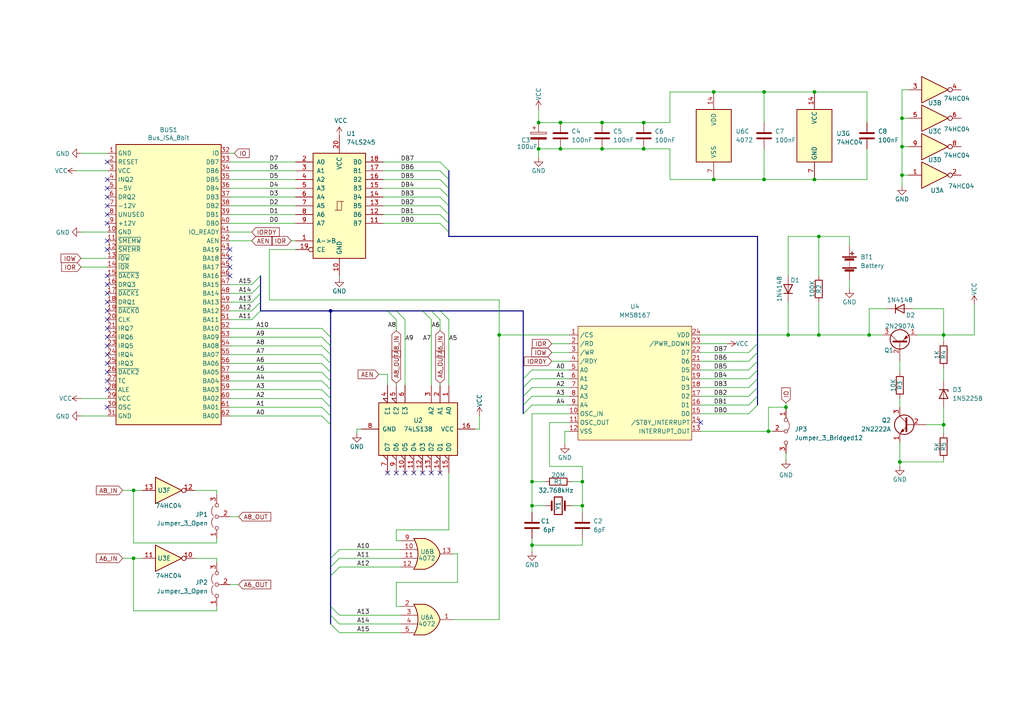
<source format=kicad_sch>
(kicad_sch (version 20220914) (generator eeschema)
  (paper "A4")
  (title_block (title "MM58167 ISA RTC") (date "2022-10-25") (rev "1") (company "jensma.de"))
  (junction (at 186.69 35.56))
  (junction (at 95.885 90.17))
  (junction (at 261.62 42.545))
  (junction (at 273.685 97.155))
  (junction (at 237.49 97.155))
  (junction (at 252.095 97.155))
  (junction (at 154.305 158.115))
  (junction (at 221.615 52.07))
  (junction (at 227.965 118.11))
  (junction (at 237.49 68.58))
  (junction (at 174.625 35.56))
  (junction (at 38.735 142.24))
  (junction (at 261.62 50.8))
  (junction (at 273.685 123.19))
  (junction (at 156.21 43.18))
  (junction (at 222.885 125.095))
  (junction (at 162.56 43.18))
  (junction (at 174.625 43.18))
  (junction (at 156.21 35.56))
  (junction (at 261.62 34.29))
  (junction (at 236.22 26.67))
  (junction (at 207.01 52.07))
  (junction (at 236.22 52.07))
  (junction (at 221.615 26.67))
  (junction (at 168.91 139.7))
  (junction (at 168.91 146.685))
  (junction (at 260.985 133.985))
  (junction (at 162.56 35.56))
  (junction (at 186.69 43.18))
  (junction (at 38.735 161.925))
  (junction (at 154.305 139.7))
  (junction (at 228.6 97.155))
  (junction (at 144.78 97.155))
  (junction (at 207.01 26.67))
  (junction (at 154.305 146.685))
  (no_connect (at 31.115 54.61))
  (no_connect (at 31.115 85.09))
  (no_connect (at 117.475 137.16))
  (no_connect (at 120.015 137.16))
  (no_connect (at 122.555 137.16))
  (no_connect (at 127.635 137.16))
  (no_connect (at 112.395 137.16))
  (no_connect (at 114.935 137.16))
  (no_connect (at 125.095 137.16))
  (no_connect (at 203.2 122.555))
  (no_connect (at 31.115 64.77))
  (no_connect (at 31.115 69.85))
  (no_connect (at 31.115 72.39))
  (no_connect (at 31.115 87.63))
  (no_connect (at 31.115 118.11))
  (no_connect (at 31.115 107.95))
  (no_connect (at 31.115 62.23))
  (no_connect (at 31.115 92.71))
  (no_connect (at 31.115 113.03))
  (no_connect (at 31.115 95.25))
  (no_connect (at 31.115 46.99))
  (no_connect (at 31.115 52.07))
  (no_connect (at 31.115 57.15))
  (no_connect (at 31.115 97.79))
  (no_connect (at 66.675 80.01))
  (no_connect (at 66.675 77.47))
  (no_connect (at 66.675 74.93))
  (no_connect (at 66.675 72.39))
  (no_connect (at 31.115 59.69))
  (no_connect (at 31.115 110.49))
  (no_connect (at 31.115 90.17))
  (no_connect (at 31.115 80.01))
  (no_connect (at 31.115 100.33))
  (no_connect (at 31.115 102.87))
  (no_connect (at 31.115 105.41))
  (no_connect (at 31.115 82.55))
  (bus_entry (at 93.345 110.49) (size 2.54 2.54))
  (bus_entry (at 93.345 95.25) (size 2.54 2.54))
  (bus_entry (at 217.17 102.235) (size 2.54 -2.54))
  (bus_entry (at 154.305 114.935) (size -2.54 2.54))
  (bus_entry (at 95.885 180.975) (size 2.54 2.54))
  (bus_entry (at 93.345 102.87) (size 2.54 2.54))
  (bus_entry (at 127.635 64.77) (size 2.54 2.54))
  (bus_entry (at 127.635 49.53) (size 2.54 2.54))
  (bus_entry (at 98.425 159.385) (size -2.54 2.54))
  (bus_entry (at 95.885 175.895) (size 2.54 2.54))
  (bus_entry (at 127.635 62.23) (size 2.54 2.54))
  (bus_entry (at 93.345 97.79) (size 2.54 2.54))
  (bus_entry (at 93.345 100.33) (size 2.54 2.54))
  (bus_entry (at 217.17 117.475) (size 2.54 -2.54))
  (bus_entry (at 217.17 109.855) (size 2.54 -2.54))
  (bus_entry (at 122.555 90.17) (size 2.54 2.54))
  (bus_entry (at 127.635 54.61) (size 2.54 2.54))
  (bus_entry (at 93.345 115.57) (size 2.54 2.54))
  (bus_entry (at 217.17 112.395) (size 2.54 -2.54))
  (bus_entry (at 98.425 164.465) (size -2.54 2.54))
  (bus_entry (at 112.395 90.17) (size 2.54 2.54))
  (bus_entry (at 93.345 113.03) (size 2.54 2.54))
  (bus_entry (at 93.345 120.65) (size 2.54 2.54))
  (bus_entry (at 73.025 92.71) (size 2.54 -2.54))
  (bus_entry (at 93.345 118.11) (size 2.54 2.54))
  (bus_entry (at 217.17 107.315) (size 2.54 -2.54))
  (bus_entry (at 127.635 52.07) (size 2.54 2.54))
  (bus_entry (at 154.305 107.315) (size -2.54 2.54))
  (bus_entry (at 154.305 112.395) (size -2.54 2.54))
  (bus_entry (at 95.885 178.435) (size 2.54 2.54))
  (bus_entry (at 217.17 114.935) (size 2.54 -2.54))
  (bus_entry (at 125.095 90.17) (size 2.54 2.54))
  (bus_entry (at 154.305 109.855) (size -2.54 2.54))
  (bus_entry (at 127.635 90.17) (size 2.54 2.54))
  (bus_entry (at 73.025 87.63) (size 2.54 -2.54))
  (bus_entry (at 93.345 107.95) (size 2.54 2.54))
  (bus_entry (at 93.345 105.41) (size 2.54 2.54))
  (bus_entry (at 127.635 59.69) (size 2.54 2.54))
  (bus_entry (at 217.17 120.015) (size 2.54 -2.54))
  (bus_entry (at 217.17 104.775) (size 2.54 -2.54))
  (bus_entry (at 73.025 90.17) (size 2.54 -2.54))
  (bus_entry (at 114.935 90.17) (size 2.54 2.54))
  (bus_entry (at 98.425 161.925) (size -2.54 2.54))
  (bus_entry (at 73.025 85.09) (size 2.54 -2.54))
  (bus_entry (at 127.635 57.15) (size 2.54 2.54))
  (bus_entry (at 154.305 117.475) (size -2.54 2.54))
  (bus_entry (at 73.025 82.55) (size 2.54 -2.54))
  (bus_entry (at 127.635 46.99) (size 2.54 2.54))
  (wire (pts (xy 66.675 97.79) (xy 93.345 97.79)))
  (wire (pts (xy 168.91 156.21) (xy 168.91 158.115)))
  (wire (pts (xy 237.49 68.58) (xy 228.6 68.58)))
  (wire (pts (xy 131.445 160.655) (xy 132.715 160.655)))
  (wire (pts (xy 162.56 43.18) (xy 156.21 43.18)))
  (wire (pts (xy 251.46 43.18) (xy 251.46 52.07)))
  (wire (pts (xy 62.865 157.48) (xy 38.735 157.48)))
  (wire (pts (xy 260.985 133.985) (xy 260.985 135.255)))
  (wire (pts (xy 66.675 118.11) (xy 93.345 118.11)))
  (wire (pts (xy 261.62 34.29) (xy 261.62 42.545)))
  (wire (pts (xy 66.675 69.85) (xy 73.025 69.85)))
  (wire (pts (xy 227.965 118.11) (xy 222.885 118.11)))
  (wire (pts (xy 154.305 109.855) (xy 165.1 109.855)))
  (bus (pts (xy 130.175 59.69) (xy 130.175 57.15)))
  (wire (pts (xy 207.01 26.67) (xy 194.31 26.67)))
  (wire (pts (xy 228.6 87.63) (xy 228.6 97.155)))
  (wire (pts (xy 203.2 104.775) (xy 217.17 104.775)))
  (wire (pts (xy 109.855 108.585) (xy 112.395 108.585)))
  (wire (pts (xy 62.865 143.51) (xy 62.865 142.24)))
  (wire (pts (xy 144.78 179.705) (xy 131.445 179.705)))
  (wire (pts (xy 156.21 31.75) (xy 156.21 35.56)))
  (wire (pts (xy 159.385 135.255) (xy 159.385 122.555)))
  (wire (pts (xy 154.305 146.685) (xy 158.115 146.685)))
  (wire (pts (xy 165.1 125.095) (xy 163.83 125.095)))
  (wire (pts (xy 31.115 44.45) (xy 23.495 44.45)))
  (wire (pts (xy 31.115 120.65) (xy 23.495 120.65)))
  (wire (pts (xy 159.385 122.555) (xy 165.1 122.555)))
  (wire (pts (xy 85.725 57.15) (xy 66.675 57.15)))
  (wire (pts (xy 260.985 115.57) (xy 260.985 118.11)))
  (wire (pts (xy 168.91 139.7) (xy 165.735 139.7)))
  (wire (pts (xy 154.305 117.475) (xy 165.1 117.475)))
  (wire (pts (xy 78.105 86.995) (xy 144.78 86.995)))
  (wire (pts (xy 125.095 92.71) (xy 125.095 111.76)))
  (wire (pts (xy 154.305 146.685) (xy 154.305 148.59)))
  (wire (pts (xy 66.675 169.545) (xy 69.215 169.545)))
  (wire (pts (xy 38.735 161.925) (xy 35.56 161.925)))
  (wire (pts (xy 66.675 149.86) (xy 69.215 149.86)))
  (wire (pts (xy 84.455 69.85) (xy 85.725 69.85)))
  (bus (pts (xy 130.175 67.31) (xy 130.175 64.77)))
  (bus (pts (xy 130.175 52.07) (xy 130.175 49.53)))
  (wire (pts (xy 56.515 142.24) (xy 62.865 142.24)))
  (bus (pts (xy 219.71 112.395) (xy 219.71 114.935)))
  (wire (pts (xy 237.49 68.58) (xy 237.49 80.01)))
  (wire (pts (xy 203.2 125.095) (xy 222.885 125.095)))
  (wire (pts (xy 236.22 26.67) (xy 251.46 26.67)))
  (wire (pts (xy 159.385 135.255) (xy 168.91 135.255)))
  (wire (pts (xy 168.91 146.685) (xy 165.735 146.685)))
  (bus (pts (xy 114.935 90.17) (xy 122.555 90.17)))
  (wire (pts (xy 127.635 111.125) (xy 127.635 111.76)))
  (bus (pts (xy 151.765 109.855) (xy 151.765 112.395)))
  (wire (pts (xy 66.675 64.77) (xy 85.725 64.77)))
  (wire (pts (xy 261.62 42.545) (xy 263.525 42.545)))
  (wire (pts (xy 186.69 35.56) (xy 194.31 35.56)))
  (wire (pts (xy 127.635 46.99) (xy 111.125 46.99)))
  (bus (pts (xy 95.885 110.49) (xy 95.885 113.03)))
  (wire (pts (xy 264.795 89.535) (xy 273.685 89.535)))
  (wire (pts (xy 154.305 107.315) (xy 165.1 107.315)))
  (wire (pts (xy 66.675 52.07) (xy 85.725 52.07)))
  (wire (pts (xy 154.305 120.015) (xy 154.305 139.7)))
  (wire (pts (xy 117.475 92.71) (xy 117.475 111.76)))
  (wire (pts (xy 186.69 43.18) (xy 174.625 43.18)))
  (wire (pts (xy 66.675 67.31) (xy 73.025 67.31)))
  (wire (pts (xy 222.885 118.11) (xy 222.885 125.095)))
  (wire (pts (xy 103.505 124.46) (xy 104.775 124.46)))
  (wire (pts (xy 98.425 180.975) (xy 116.205 180.975)))
  (wire (pts (xy 174.625 35.56) (xy 186.69 35.56)))
  (wire (pts (xy 154.305 156.21) (xy 154.305 158.115)))
  (wire (pts (xy 38.735 142.24) (xy 41.275 142.24)))
  (wire (pts (xy 168.91 146.685) (xy 168.91 139.7)))
  (wire (pts (xy 66.675 82.55) (xy 73.025 82.55)))
  (wire (pts (xy 66.675 102.87) (xy 93.345 102.87)))
  (wire (pts (xy 111.125 62.23) (xy 127.635 62.23)))
  (bus (pts (xy 75.565 82.55) (xy 75.565 85.09)))
  (bus (pts (xy 151.765 112.395) (xy 151.765 114.935)))
  (bus (pts (xy 130.175 68.58) (xy 130.175 67.31)))
  (bus (pts (xy 75.565 80.01) (xy 75.565 82.55)))
  (wire (pts (xy 222.885 125.095) (xy 224.155 125.095)))
  (wire (pts (xy 98.425 178.435) (xy 116.205 178.435)))
  (wire (pts (xy 221.615 52.07) (xy 207.01 52.07)))
  (bus (pts (xy 127.635 90.17) (xy 151.765 90.17)))
  (wire (pts (xy 194.31 52.07) (xy 194.31 43.18)))
  (wire (pts (xy 66.675 90.17) (xy 73.025 90.17)))
  (bus (pts (xy 95.885 115.57) (xy 95.885 118.11)))
  (wire (pts (xy 221.615 52.07) (xy 236.22 52.07)))
  (bus (pts (xy 151.765 117.475) (xy 151.765 120.015)))
  (bus (pts (xy 219.71 114.935) (xy 219.71 117.475)))
  (wire (pts (xy 154.305 139.7) (xy 154.305 146.685)))
  (wire (pts (xy 114.935 156.845) (xy 116.205 156.845)))
  (wire (pts (xy 252.095 89.535) (xy 252.095 97.155)))
  (wire (pts (xy 66.675 113.03) (xy 93.345 113.03)))
  (wire (pts (xy 114.935 175.895) (xy 116.205 175.895)))
  (wire (pts (xy 154.305 139.7) (xy 158.115 139.7)))
  (wire (pts (xy 111.125 64.77) (xy 127.635 64.77)))
  (wire (pts (xy 62.865 156.21) (xy 62.865 157.48)))
  (wire (pts (xy 111.125 54.61) (xy 127.635 54.61)))
  (wire (pts (xy 38.735 142.24) (xy 35.56 142.24)))
  (wire (pts (xy 266.065 97.155) (xy 273.685 97.155)))
  (wire (pts (xy 203.2 117.475) (xy 217.17 117.475)))
  (wire (pts (xy 66.675 92.71) (xy 73.025 92.71)))
  (wire (pts (xy 237.49 87.63) (xy 237.49 97.155)))
  (wire (pts (xy 111.125 59.69) (xy 127.635 59.69)))
  (wire (pts (xy 273.685 97.155) (xy 282.575 97.155)))
  (wire (pts (xy 114.935 111.125) (xy 114.935 111.76)))
  (wire (pts (xy 23.495 115.57) (xy 31.115 115.57)))
  (wire (pts (xy 227.965 131.445) (xy 227.965 133.35)))
  (wire (pts (xy 236.22 52.07) (xy 251.46 52.07)))
  (bus (pts (xy 130.175 57.15) (xy 130.175 54.61)))
  (wire (pts (xy 154.305 112.395) (xy 165.1 112.395)))
  (wire (pts (xy 207.01 52.07) (xy 194.31 52.07)))
  (wire (pts (xy 114.935 92.71) (xy 114.935 95.885)))
  (wire (pts (xy 98.425 159.385) (xy 116.205 159.385)))
  (wire (pts (xy 228.6 68.58) (xy 228.6 80.01)))
  (bus (pts (xy 95.885 178.435) (xy 95.885 180.975)))
  (wire (pts (xy 66.675 59.69) (xy 85.725 59.69)))
  (wire (pts (xy 98.425 161.925) (xy 116.205 161.925)))
  (wire (pts (xy 282.575 88.265) (xy 282.575 97.155)))
  (wire (pts (xy 273.685 123.19) (xy 273.685 125.73)))
  (wire (pts (xy 221.615 43.18) (xy 221.615 52.07)))
  (wire (pts (xy 114.935 153.67) (xy 130.175 153.67)))
  (wire (pts (xy 168.91 135.255) (xy 168.91 139.7)))
  (wire (pts (xy 203.2 97.155) (xy 228.6 97.155)))
  (bus (pts (xy 95.885 100.33) (xy 95.885 102.87)))
  (bus (pts (xy 125.095 90.17) (xy 127.635 90.17)))
  (wire (pts (xy 66.675 87.63) (xy 73.025 87.63)))
  (bus (pts (xy 95.885 102.87) (xy 95.885 105.41)))
  (wire (pts (xy 103.505 125.73) (xy 103.505 124.46)))
  (bus (pts (xy 95.885 97.79) (xy 95.885 100.33)))
  (bus (pts (xy 75.565 85.09) (xy 75.565 87.63)))
  (wire (pts (xy 31.115 74.93) (xy 23.495 74.93)))
  (wire (pts (xy 31.115 77.47) (xy 23.495 77.47)))
  (wire (pts (xy 203.2 112.395) (xy 217.17 112.395)))
  (wire (pts (xy 227.965 118.11) (xy 227.965 118.745)))
  (wire (pts (xy 160.02 99.695) (xy 165.1 99.695)))
  (bus (pts (xy 219.71 104.775) (xy 219.71 107.315)))
  (bus (pts (xy 122.555 90.17) (xy 125.095 90.17)))
  (wire (pts (xy 56.515 161.925) (xy 62.865 161.925)))
  (wire (pts (xy 112.395 108.585) (xy 112.395 111.76)))
  (bus (pts (xy 75.565 87.63) (xy 75.565 90.17)))
  (wire (pts (xy 62.865 177.165) (xy 38.735 177.165)))
  (bus (pts (xy 95.885 123.19) (xy 95.885 161.925)))
  (wire (pts (xy 207.01 26.67) (xy 221.615 26.67)))
  (bus (pts (xy 95.885 105.41) (xy 95.885 107.95)))
  (wire (pts (xy 66.675 115.57) (xy 93.345 115.57)))
  (wire (pts (xy 66.675 62.23) (xy 85.725 62.23)))
  (wire (pts (xy 85.725 46.99) (xy 66.675 46.99)))
  (wire (pts (xy 154.305 114.935) (xy 165.1 114.935)))
  (wire (pts (xy 261.62 34.29) (xy 263.525 34.29)))
  (wire (pts (xy 156.21 43.18) (xy 156.21 45.72)))
  (wire (pts (xy 237.49 97.155) (xy 252.095 97.155)))
  (wire (pts (xy 257.175 89.535) (xy 252.095 89.535)))
  (wire (pts (xy 252.095 97.155) (xy 255.905 97.155)))
  (wire (pts (xy 66.675 54.61) (xy 85.725 54.61)))
  (bus (pts (xy 219.71 99.695) (xy 219.71 68.58)))
  (wire (pts (xy 227.965 116.84) (xy 227.965 118.11)))
  (wire (pts (xy 78.105 72.39) (xy 78.105 86.995)))
  (bus (pts (xy 219.71 68.58) (xy 130.175 68.58)))
  (wire (pts (xy 273.685 97.155) (xy 273.685 99.06)))
  (wire (pts (xy 162.56 35.56) (xy 174.625 35.56)))
  (bus (pts (xy 130.175 64.77) (xy 130.175 62.23)))
  (bus (pts (xy 112.395 90.17) (xy 114.935 90.17)))
  (wire (pts (xy 203.2 107.315) (xy 217.17 107.315)))
  (wire (pts (xy 38.735 161.925) (xy 41.275 161.925)))
  (wire (pts (xy 62.865 163.195) (xy 62.865 161.925)))
  (wire (pts (xy 203.2 114.935) (xy 217.17 114.935)))
  (wire (pts (xy 260.985 104.775) (xy 260.985 107.95)))
  (wire (pts (xy 144.78 86.995) (xy 144.78 97.155)))
  (wire (pts (xy 132.715 160.655) (xy 132.715 168.91)))
  (wire (pts (xy 66.675 105.41) (xy 93.345 105.41)))
  (wire (pts (xy 127.635 57.15) (xy 111.125 57.15)))
  (bus (pts (xy 95.885 167.005) (xy 95.885 175.895)))
  (wire (pts (xy 144.78 97.155) (xy 144.78 179.705)))
  (wire (pts (xy 66.675 107.95) (xy 93.345 107.95)))
  (wire (pts (xy 203.2 120.015) (xy 217.17 120.015)))
  (wire (pts (xy 168.91 158.115) (xy 154.305 158.115)))
  (bus (pts (xy 95.885 164.465) (xy 95.885 167.005)))
  (wire (pts (xy 160.02 104.775) (xy 165.1 104.775)))
  (wire (pts (xy 203.2 109.855) (xy 217.17 109.855)))
  (wire (pts (xy 66.675 110.49) (xy 93.345 110.49)))
  (wire (pts (xy 85.725 72.39) (xy 78.105 72.39)))
  (wire (pts (xy 251.46 26.67) (xy 251.46 35.56)))
  (bus (pts (xy 219.71 99.695) (xy 219.71 102.235)))
  (wire (pts (xy 261.62 26.035) (xy 263.525 26.035)))
  (wire (pts (xy 139.065 124.46) (xy 139.065 120.65)))
  (bus (pts (xy 95.885 113.03) (xy 95.885 115.57)))
  (wire (pts (xy 66.675 95.25) (xy 93.345 95.25)))
  (bus (pts (xy 95.885 90.17) (xy 112.395 90.17)))
  (wire (pts (xy 132.715 168.91) (xy 114.935 168.91)))
  (wire (pts (xy 130.175 92.71) (xy 130.175 111.76)))
  (wire (pts (xy 66.675 49.53) (xy 85.725 49.53)))
  (wire (pts (xy 174.625 43.18) (xy 162.56 43.18)))
  (wire (pts (xy 203.2 99.695) (xy 210.82 99.695)))
  (bus (pts (xy 95.885 118.11) (xy 95.885 120.65)))
  (wire (pts (xy 98.425 164.465) (xy 116.205 164.465)))
  (wire (pts (xy 154.305 158.115) (xy 154.305 160.02)))
  (wire (pts (xy 62.865 175.895) (xy 62.865 177.165)))
  (wire (pts (xy 127.635 92.71) (xy 127.635 95.885)))
  (wire (pts (xy 261.62 50.8) (xy 263.525 50.8)))
  (wire (pts (xy 221.615 26.67) (xy 236.22 26.67)))
  (wire (pts (xy 66.675 44.45) (xy 67.945 44.45)))
  (wire (pts (xy 194.31 43.18) (xy 186.69 43.18)))
  (wire (pts (xy 66.675 85.09) (xy 73.025 85.09)))
  (wire (pts (xy 260.985 133.985) (xy 273.685 133.985)))
  (wire (pts (xy 260.985 128.27) (xy 260.985 133.985)))
  (wire (pts (xy 221.615 26.67) (xy 221.615 35.56)))
  (wire (pts (xy 203.2 102.235) (xy 217.17 102.235)))
  (bus (pts (xy 151.765 114.935) (xy 151.765 117.475)))
  (wire (pts (xy 114.935 168.91) (xy 114.935 175.895)))
  (wire (pts (xy 137.795 124.46) (xy 139.065 124.46)))
  (bus (pts (xy 151.765 90.17) (xy 151.765 109.855)))
  (wire (pts (xy 154.305 120.015) (xy 165.1 120.015)))
  (bus (pts (xy 95.885 120.65) (xy 95.885 123.19)))
  (wire (pts (xy 246.38 68.58) (xy 237.49 68.58)))
  (bus (pts (xy 219.71 109.855) (xy 219.71 112.395)))
  (wire (pts (xy 38.735 177.165) (xy 38.735 161.925)))
  (bus (pts (xy 95.885 90.17) (xy 95.885 97.79)))
  (wire (pts (xy 22.225 49.53) (xy 31.115 49.53)))
  (wire (pts (xy 160.02 102.235) (xy 165.1 102.235)))
  (wire (pts (xy 268.605 123.19) (xy 273.685 123.19)))
  (bus (pts (xy 95.885 175.895) (xy 95.885 178.435)))
  (bus (pts (xy 219.71 102.235) (xy 219.71 104.775)))
  (bus (pts (xy 130.175 54.61) (xy 130.175 52.07)))
  (wire (pts (xy 273.685 106.68) (xy 273.685 110.49)))
  (wire (pts (xy 261.62 50.8) (xy 261.62 53.975)))
  (wire (pts (xy 246.38 71.12) (xy 246.38 68.58)))
  (bus (pts (xy 95.885 161.925) (xy 95.885 164.465)))
  (wire (pts (xy 165.1 97.155) (xy 144.78 97.155)))
  (wire (pts (xy 114.935 153.67) (xy 114.935 156.845)))
  (wire (pts (xy 261.62 26.035) (xy 261.62 34.29)))
  (wire (pts (xy 228.6 97.155) (xy 237.49 97.155)))
  (wire (pts (xy 273.685 89.535) (xy 273.685 97.155)))
  (wire (pts (xy 98.425 183.515) (xy 116.205 183.515)))
  (wire (pts (xy 246.38 81.28) (xy 246.38 83.82)))
  (wire (pts (xy 66.675 120.65) (xy 93.345 120.65)))
  (bus (pts (xy 130.175 62.23) (xy 130.175 59.69)))
  (wire (pts (xy 261.62 42.545) (xy 261.62 50.8)))
  (wire (pts (xy 111.125 49.53) (xy 127.635 49.53)))
  (wire (pts (xy 111.125 52.07) (xy 127.635 52.07)))
  (wire (pts (xy 23.495 67.31) (xy 31.115 67.31)))
  (wire (pts (xy 38.735 157.48) (xy 38.735 142.24)))
  (wire (pts (xy 130.175 137.16) (xy 130.175 153.67)))
  (wire (pts (xy 66.675 100.33) (xy 93.345 100.33)))
  (wire (pts (xy 273.685 118.11) (xy 273.685 123.19)))
  (wire (pts (xy 156.21 35.56) (xy 162.56 35.56)))
  (bus (pts (xy 75.565 90.17) (xy 95.885 90.17)))
  (wire (pts (xy 194.31 26.67) (xy 194.31 35.56)))
  (wire (pts (xy 163.83 125.095) (xy 163.83 128.905)))
  (wire (pts (xy 273.685 133.35) (xy 273.685 133.985)))
  (bus (pts (xy 219.71 107.315) (xy 219.71 109.855)))
  (bus (pts (xy 95.885 107.95) (xy 95.885 110.49)))
  (wire (pts (xy 168.91 148.59) (xy 168.91 146.685)))
  (wire (pts (xy 98.425 80.01) (xy 98.425 80.645)))
  (label "DB0" (at 116.205 64.77 0))
  (label "D4" (at 78.105 54.61 0))
  (label "A3" (at 163.83 114.935 180))
  (label "A11" (at 103.505 161.925 0))
  (label "DB1" (at 116.205 62.23 0))
  (label "A8" (at 74.295 100.33 0))
  (label "A9" (at 117.475 99.06 0))
  (label "D7" (at 78.105 46.99 0))
  (label "A13" (at 69.215 87.63 0))
  (label "A0" (at 163.83 107.315 180))
  (label "A15" (at 103.505 183.515 0))
  (label "DB7" (at 116.205 46.99 0))
  (label "D2" (at 78.105 59.69 0))
  (label "A4" (at 74.295 110.49 0))
  (label "A10" (at 74.295 95.25 0))
  (label "DB4" (at 116.205 54.61 0))
  (label "A10" (at 103.505 159.385 0))
  (label "A1" (at 74.295 118.11 0))
  (label "DB1" (at 207.01 117.475 0))
  (label "A2" (at 74.295 115.57 0))
  (label "D1" (at 78.105 62.23 0))
  (label "A1" (at 163.83 109.855 180))
  (label "DB3" (at 116.205 57.15 0))
  (label "DB7" (at 207.01 102.235 0))
  (label "A14" (at 69.215 85.09 0))
  (label "DB6" (at 116.205 49.53 0))
  (label "A0" (at 74.295 120.65 0))
  (label "A7" (at 125.095 99.06 180))
  (label "DB5" (at 207.01 107.315 0))
  (label "A11" (at 69.215 92.71 0))
  (label "A4" (at 163.83 117.475 180))
  (label "D3" (at 78.105 57.15 0))
  (label "A3" (at 74.295 113.03 0))
  (label "A13" (at 103.505 178.435 0))
  (label "A12" (at 103.505 164.465 0))
  (label "A14" (at 103.505 180.975 0))
  (label "A6" (at 74.295 105.41 0))
  (label "D5" (at 78.105 52.07 0))
  (label "A8" (at 114.935 95.25 180))
  (label "A2" (at 163.83 112.395 180))
  (label "A5" (at 130.175 99.06 0))
  (label "A15" (at 69.215 82.55 0))
  (label "DB5" (at 116.205 52.07 0))
  (label "A5" (at 74.295 107.95 0))
  (label "DB6" (at 207.01 104.775 0))
  (label "DB0" (at 207.01 120.015 0))
  (label "DB4" (at 207.01 109.855 0))
  (label "D0" (at 78.105 64.77 0))
  (label "A9" (at 74.295 97.79 0))
  (label "A6" (at 127.635 95.25 180))
  (label "DB2" (at 116.205 59.69 0))
  (label "A12" (at 69.215 90.17 0))
  (label "D6" (at 78.105 49.53 0))
  (label "A7" (at 74.295 102.87 0))
  (label "DB3" (at 207.01 112.395 0))
  (label "DB2" (at 207.01 114.935 0))
  (global_label "IOR" (shape input) (at 160.02 99.695 180) (property "Intersheet References" "${INTERSHEET_REFS}" (effects hide)))
  (global_label "A8_OUT" (shape input) (at 69.215 149.86 0) (property "Intersheetrefs" "${INTERSHEET_REFS}" (effects hide)))
  (global_label "A8_OUT" (shape input) (at 114.935 111.125 90) (property "Intersheetrefs" "${INTERSHEET_REFS}" (effects hide)))
  (global_label "IOW" (shape input) (at 160.02 102.235 180) (property "Intersheet References" "${INTERSHEET_REFS}" (effects hide)))
  (global_label "A6_IN" (shape input) (at 35.56 161.925 180) (property "Intersheetrefs" "${INTERSHEET_REFS}" (effects hide)))
  (global_label "IOR" (shape input) (at 23.495 77.47 180) (property "Intersheet References" "${INTERSHEET_REFS}" (effects hide)))
  (global_label "IORDY" (shape input) (at 73.025 67.31 0) (property "Intersheet References" "${INTERSHEET_REFS}" (effects hide)))
  (global_label "A6_IN" (shape input) (at 127.635 95.885 270) (property "Intersheetrefs" "${INTERSHEET_REFS}" (effects hide)))
  (global_label "A8_IN" (shape input) (at 114.935 95.885 270) (property "Intersheetrefs" "${INTERSHEET_REFS}" (effects hide)))
  (global_label "A6_OUT" (shape input) (at 69.215 169.545 0) (property "Intersheetrefs" "${INTERSHEET_REFS}" (effects hide)))
  (global_label "AEN" (shape input) (at 73.025 69.85 0) (property "Intersheet References" "${INTERSHEET_REFS}" (effects hide)))
  (global_label "IO" (shape input) (at 227.965 116.84 90) (property "Intersheet References" "${INTERSHEET_REFS}" (effects hide)))
  (global_label "AEN" (shape input) (at 109.855 108.585 180) (property "Intersheet References" "${INTERSHEET_REFS}" (effects hide)))
  (global_label "IO" (shape input) (at 67.945 44.45 0) (property "Intersheet References" "${INTERSHEET_REFS}" (effects hide)))
  (global_label "IOR" (shape input) (at 84.455 69.85 180) (property "Intersheet References" "${INTERSHEET_REFS}" (effects hide)))
  (global_label "IORDY" (shape input) (at 160.02 104.775 180) (property "Intersheet References" "${INTERSHEET_REFS}" (effects hide)))
  (global_label "IOW" (shape input) (at 23.495 74.93 180) (property "Intersheet References" "${INTERSHEET_REFS}" (effects hide)))
  (global_label "A8_IN" (shape input) (at 35.56 142.24 180) (property "Intersheetrefs" "${INTERSHEET_REFS}" (effects hide)))
  (global_label "A6_OUT" (shape input) (at 127.635 111.125 90) (property "Intersheetrefs" "${INTERSHEET_REFS}" (effects hide)))
  (symbol (lib_id "XT-IDE-Deluxe-rescue:Bus_ISA_8bit-Connector") (at 48.895 82.55 0) (unit 1)
    (default_instance (reference "") (unit 1) (value "") (footprint ""))
    (property "Reference" "BUS1" (at 48.895 37.6682 0))
    (property "Value" "Bus_ISA_8bit" (at 48.895 39.9796 0))
    (property "Footprint" "Ayvi:BUS_AT" (effects hide))
    (property "Datasheet" "https://en.wikipedia.org/wiki/Industry_Standard_Architecture" (effects hide))
  )
  (symbol (lib_id "power:VCC") (at 98.425 39.37 0) (unit 1)
    (default_instance (reference "") (unit 1) (value "") (footprint ""))
    (property "Reference" "#PWR01" (effects hide))
    (property "Value" "VCC" (at 98.8568 34.9758 0))
  )
  (symbol (lib_id "power:GND") (at 23.495 44.45 270) (unit 1)
    (default_instance (reference "") (unit 1) (value "") (footprint ""))
    (property "Reference" "#PWR05" (effects hide))
    (property "Value" "GND" (at 20.2438 44.577 90) (effects (justify right)))
  )
  (symbol (lib_id "power:GND") (at 23.495 67.31 270) (unit 1)
    (default_instance (reference "") (unit 1) (value "") (footprint ""))
    (property "Reference" "#PWR010" (effects hide))
    (property "Value" "GND" (at 20.2438 67.437 90) (effects (justify right)))
  )
  (symbol (lib_id "power:GND") (at 23.495 120.65 270) (unit 1)
    (default_instance (reference "") (unit 1) (value "") (footprint ""))
    (property "Reference" "#PWR033" (effects hide))
    (property "Value" "GND" (at 20.2438 120.777 90) (effects (justify right)))
  )
  (symbol (lib_id "power:VCC") (at 22.225 49.53 90) (unit 1)
    (default_instance (reference "") (unit 1) (value "") (footprint ""))
    (property "Reference" "#PWR08" (effects hide))
    (property "Value" "VCC" (at 19.685 49.53 90) (effects (justify left)))
  )
  (symbol (lib_id "power:VCC") (at 23.495 115.57 90) (unit 1)
    (default_instance (reference "") (unit 1) (value "") (footprint ""))
    (property "Reference" "#PWR032" (effects hide))
    (property "Value" "VCC" (at 20.955 115.57 90) (effects (justify left)))
  )
  (symbol (lib_id "74xx:74HC04") (at 271.145 26.035 0) (unit 2)
    (default_instance (reference "U3") (unit 2) (value "74HC04") (footprint ""))
    (property "Reference" "U3" (at 271.145 29.845 0))
    (property "Value" "74HC04" (at 277.495 28.575 0))
    (property "Footprint" "Package_DIP:DIP-14_W7.62mm_Socket" (effects hide))
    (property "Datasheet" "https://assets.nexperia.com/documents/data-sheet/74HC_HCT04.pdf" (effects hide))
  )
  (symbol (lib_id "power:GND") (at 156.21 45.72 0) (unit 1)
    (default_instance (reference "") (unit 1) (value "") (footprint ""))
    (property "Reference" "#PWR0106" (effects hide))
    (property "Value" "GND" (at 156.21 49.53 0))
  )
  (symbol (lib_id "Device:C") (at 168.91 152.4 0) (unit 1)
    (default_instance (reference "") (unit 1) (value "") (footprint ""))
    (property "Reference" "C2" (at 172.085 151.1299 0) (effects (justify left)))
    (property "Value" "6pF" (at 172.085 153.6699 0) (effects (justify left)))
    (property "Footprint" "Capacitor_THT:C_Disc_D3.0mm_W1.6mm_P2.50mm" (effects hide))
  )
  (symbol (lib_id "74xx:74HC04") (at 271.145 42.545 0) (unit 4)
    (default_instance (reference "U3") (unit 4) (value "74HC04") (footprint ""))
    (property "Reference" "U3" (at 271.145 46.355 0))
    (property "Value" "74HC04" (at 277.495 45.085 0))
    (property "Footprint" "Package_DIP:DIP-14_W7.62mm_Socket" (effects hide))
    (property "Datasheet" "https://assets.nexperia.com/documents/data-sheet/74HC_HCT04.pdf" (effects hide))
  )
  (symbol (lib_id "power:GND") (at 103.505 125.73 0) (unit 1)
    (default_instance (reference "") (unit 1) (value "") (footprint ""))
    (property "Reference" "#PWR0101" (effects hide))
    (property "Value" "GND" (at 103.505 129.54 0))
  )
  (symbol (lib_id "power:VCC") (at 282.575 88.265 0) (unit 1)
    (default_instance (reference "") (unit 1) (value "") (footprint ""))
    (property "Reference" "#PWR0114" (effects hide))
    (property "Value" "VCC" (at 282.575 85.725 90) (effects (justify left)))
  )
  (symbol (lib_id "Jumper:Jumper_3_Open") (at 62.865 149.86 90) (unit 1)
    (default_instance (reference "JP1") (unit 1) (value "Jumper_3_Open") (footprint "Connector_PinHeader_2.54mm:PinHeader_1x03_P2.54mm_Vertical"))
    (property "Reference" "JP1" (at 60.325 149.2249 90) (effects (justify left)))
    (property "Value" "Jumper_3_Open" (at 60.325 151.7649 90) (effects (justify left)))
    (property "Footprint" "Connector_PinHeader_2.54mm:PinHeader_1x03_P2.54mm_Vertical" (effects hide))
  )
  (symbol (lib_id "74xx:74HC04") (at 236.22 39.37 0) (unit 7)
    (default_instance (reference "U3") (unit 7) (value "74HC04") (footprint ""))
    (property "Reference" "U3" (at 242.57 38.7349 0) (effects (justify left)))
    (property "Value" "74HC04" (at 242.57 41.2749 0) (effects (justify left)))
    (property "Footprint" "Package_DIP:DIP-14_W7.62mm_Socket" (effects hide))
    (property "Datasheet" "https://assets.nexperia.com/documents/data-sheet/74HC_HCT04.pdf" (effects hide))
  )
  (symbol (lib_id "Device:C") (at 174.625 39.37 0) (unit 1)
    (default_instance (reference "") (unit 1) (value "") (footprint ""))
    (property "Reference" "C5" (at 177.8 38.0999 0) (effects (justify left)))
    (property "Value" "100nF" (at 177.8 40.6399 0) (effects (justify left)))
    (property "Footprint" "Capacitor_THT:C_Disc_D3.0mm_W1.6mm_P2.50mm" (effects hide))
  )
  (symbol (lib_id "power:GND") (at 98.425 80.645 0) (unit 1)
    (default_instance (reference "") (unit 1) (value "") (footprint ""))
    (property "Reference" "#PWR0116" (effects hide))
    (property "Value" "GND" (at 98.425 84.455 0))
  )
  (symbol (lib_id "power:GND") (at 154.305 160.02 0) (unit 1)
    (default_instance (reference "") (unit 1) (value "") (footprint ""))
    (property "Reference" "#PWR0108" (effects hide))
    (property "Value" "GND" (at 154.305 163.83 0))
  )
  (symbol (lib_id "power:VCC") (at 139.065 120.65 0) (unit 1)
    (default_instance (reference "") (unit 1) (value "") (footprint ""))
    (property "Reference" "#PWR0105" (effects hide))
    (property "Value" "VCC" (at 139.065 118.11 90) (effects (justify left)))
  )
  (symbol (lib_id "power:VCC") (at 156.21 31.75 0) (unit 1)
    (default_instance (reference "") (unit 1) (value "") (footprint ""))
    (property "Reference" "#PWR0104" (effects hide))
    (property "Value" "VCC" (at 156.21 29.21 90) (effects (justify left)))
  )
  (symbol (lib_id "power:GND") (at 227.965 133.35 0) (unit 1)
    (default_instance (reference "") (unit 1) (value "") (footprint ""))
    (property "Reference" "#PWR0102" (effects hide))
    (property "Value" "GND" (at 227.965 137.795 0))
  )
  (symbol (lib_id "Device:R") (at 161.925 139.7 90) (unit 1)
    (default_instance (reference "") (unit 1) (value "") (footprint ""))
    (property "Reference" "R1" (at 161.925 139.7 90))
    (property "Value" "20M" (at 161.925 137.795 90))
    (property "Footprint" "Resistor_THT:R_Axial_DIN0207_L6.3mm_D2.5mm_P10.16mm_Horizontal" (effects hide))
  )
  (symbol (lib_id "Device:C") (at 251.46 39.37 0) (unit 1)
    (default_instance (reference "") (unit 1) (value "") (footprint ""))
    (property "Reference" "C8" (at 254.635 38.0999 0) (effects (justify left)))
    (property "Value" "100nF" (at 254.635 40.6399 0) (effects (justify left)))
    (property "Footprint" "Capacitor_THT:C_Disc_D3.0mm_W1.6mm_P2.50mm" (effects hide))
  )
  (symbol (lib_id "Device:R") (at 273.685 102.87 180) (unit 1)
    (default_instance (reference "") (unit 1) (value "") (footprint ""))
    (property "Reference" "R4" (at 273.685 102.87 90))
    (property "Value" "1K" (at 271.78 102.87 90))
    (property "Footprint" "Resistor_THT:R_Axial_DIN0207_L6.3mm_D2.5mm_P10.16mm_Horizontal" (effects hide))
  )
  (symbol (lib_id "Device:R") (at 237.49 83.82 180) (unit 1)
    (default_instance (reference "") (unit 1) (value "") (footprint ""))
    (property "Reference" "R2" (at 237.49 83.82 90))
    (property "Value" "100K" (at 235.585 83.82 90))
    (property "Footprint" "Resistor_THT:R_Axial_DIN0207_L6.3mm_D2.5mm_P10.16mm_Horizontal" (effects hide))
  )
  (symbol (lib_id "power:GND") (at 261.62 53.975 0) (unit 1)
    (default_instance (reference "") (unit 1) (value "") (footprint ""))
    (property "Reference" "#PWR0103" (effects hide))
    (property "Value" "GND" (at 261.62 57.785 0))
  )
  (symbol (lib_id "Device:C") (at 221.615 39.37 0) (unit 1)
    (default_instance (reference "") (unit 1) (value "") (footprint ""))
    (property "Reference" "C7" (at 224.79 38.0999 0) (effects (justify left)))
    (property "Value" "100nF" (at 224.79 40.6399 0) (effects (justify left)))
    (property "Footprint" "Capacitor_THT:C_Disc_D3.0mm_W1.6mm_P2.50mm" (effects hide))
  )
  (symbol (lib_id "Device:Crystal") (at 161.925 146.685 0) (mirror x) (unit 1)
    (default_instance (reference "") (unit 1) (value "") (footprint ""))
    (property "Reference" "Y1" (at 161.925 147.955 90) (effects (justify right)))
    (property "Value" "32.768kHz" (at 166.37 142.24 0) (effects (justify right)))
    (property "Footprint" "Crystal:Crystal_AT310_D3.0mm_L10.0mm_Horizontal" (effects hide))
  )
  (symbol (lib_id "74xx:74LS245") (at 98.425 59.69 0) (unit 1)
    (default_instance (reference "") (unit 1) (value "") (footprint ""))
    (property "Reference" "U1" (at 100.4444 38.735 0) (effects (justify left)))
    (property "Value" "74LS245" (at 100.4444 41.275 0) (effects (justify left)))
    (property "Footprint" "Package_DIP:DIP-20_W7.62mm_Socket" (effects hide))
    (property "Datasheet" "http://www.ti.com/lit/gpn/sn74LS245" (effects hide))
  )
  (symbol (lib_id "Diode:1N4148") (at 260.985 89.535 0) (unit 1)
    (default_instance (reference "") (unit 1) (value "") (footprint ""))
    (property "Reference" "D2" (at 265.43 91.44 0) (effects (justify right)))
    (property "Value" "1N4148" (at 264.795 86.995 0) (effects (justify right)))
    (property "Footprint" "Diode_THT:D_DO-35_SOD27_P7.62mm_Horizontal" (effects hide))
    (property "Datasheet" "https://assets.nexperia.com/documents/data-sheet/1N4148_1N4448.pdf" (effects hide))
  )
  (symbol (lib_id "Device:R") (at 273.685 129.54 180) (unit 1)
    (default_instance (reference "") (unit 1) (value "") (footprint ""))
    (property "Reference" "R5" (at 273.685 129.54 90))
    (property "Value" "5K" (at 271.78 129.54 90))
    (property "Footprint" "Resistor_THT:R_Axial_DIN0207_L6.3mm_D2.5mm_P10.16mm_Horizontal" (effects hide))
  )
  (symbol (lib_id "Device:R") (at 260.985 111.76 180) (unit 1)
    (default_instance (reference "") (unit 1) (value "") (footprint ""))
    (property "Reference" "R3" (at 260.985 111.76 90))
    (property "Value" "10K" (at 259.08 111.76 90))
    (property "Footprint" "Resistor_THT:R_Axial_DIN0207_L6.3mm_D2.5mm_P10.16mm_Horizontal" (effects hide))
  )
  (symbol (lib_id "74xx:74LS138") (at 122.555 124.46 270) (unit 1)
    (default_instance (reference "") (unit 1) (value "") (footprint ""))
    (property "Reference" "U2" (at 121.285 121.92 90))
    (property "Value" "74LS138" (at 121.285 124.46 90))
    (property "Footprint" "Package_DIP:DIP-16_W7.62mm_Socket" (effects hide))
    (property "Datasheet" "http://www.ti.com/lit/gpn/sn74LS138" (effects hide))
  )
  (symbol (lib_id "74xx:74HC04") (at 271.145 34.29 0) (unit 3)
    (default_instance (reference "U3") (unit 3) (value "74HC04") (footprint ""))
    (property "Reference" "U3" (at 271.145 38.1 0))
    (property "Value" "74HC04" (at 277.495 37.465 0))
    (property "Footprint" "Package_DIP:DIP-14_W7.62mm_Socket" (effects hide))
    (property "Datasheet" "https://assets.nexperia.com/documents/data-sheet/74HC_HCT04.pdf" (effects hide))
  )
  (symbol (lib_id "Diode:1N4148") (at 228.6 83.82 90) (unit 1)
    (default_instance (reference "") (unit 1) (value "") (footprint ""))
    (property "Reference" "D1" (at 229.235 81.28 90) (effects (justify right)))
    (property "Value" "1N4148" (at 226.06 80.01 0) (effects (justify right)))
    (property "Footprint" "Diode_THT:D_DO-35_SOD27_P7.62mm_Horizontal" (effects hide))
    (property "Datasheet" "https://assets.nexperia.com/documents/data-sheet/1N4148_1N4448.pdf" (effects hide))
  )
  (symbol (lib_id "Device:C") (at 186.69 39.37 0) (unit 1)
    (default_instance (reference "") (unit 1) (value "") (footprint ""))
    (property "Reference" "C6" (at 189.865 38.0999 0) (effects (justify left)))
    (property "Value" "100nF" (at 189.865 40.6399 0) (effects (justify left)))
    (property "Footprint" "Capacitor_THT:C_Disc_D3.0mm_W1.6mm_P2.50mm" (effects hide))
  )
  (symbol (lib_id "Jumper:Jumper_3_Open") (at 62.865 169.545 90) (unit 1)
    (default_instance (reference "JP1") (unit 1) (value "Jumper_3_Open") (footprint "Connector_PinHeader_2.54mm:PinHeader_1x03_P2.54mm_Vertical"))
    (property "Reference" "JP2" (at 60.325 168.9099 90) (effects (justify left)))
    (property "Value" "Jumper_3_Open" (at 60.325 171.4499 90) (effects (justify left)))
    (property "Footprint" "Connector_PinHeader_2.54mm:PinHeader_1x03_P2.54mm_Vertical" (effects hide))
  )
  (symbol (lib_id "power:GND") (at 163.83 128.905 0) (unit 1)
    (default_instance (reference "") (unit 1) (value "") (footprint ""))
    (property "Reference" "#PWR0107" (effects hide))
    (property "Value" "GND" (at 163.83 132.715 0))
  )
  (symbol (lib_id "Jumper:Jumper_3_Bridged12") (at 227.965 125.095 270) (unit 1)
    (default_instance (reference "JP3") (unit 1) (value "Jumper_3_Bridged12") (footprint ""))
    (property "Reference" "JP3" (at 230.505 124.4599 90) (effects (justify left)))
    (property "Value" "Jumper_3_Bridged12" (at 230.505 126.9999 90) (effects (justify left)))
    (property "Footprint" "Ayvi:jumper_3" (effects hide))
  )
  (symbol (lib_id "4xxx:4072") (at 207.01 39.37 0) (unit 3)
    (default_instance (reference "") (unit 1) (value "") (footprint ""))
    (property "Reference" "U6" (at 213.36 38.0999 0) (effects (justify left)))
    (property "Value" "4072" (at 213.36 40.6399 0) (effects (justify left)))
    (property "Datasheet" "http://www.intersil.com/content/dam/Intersil/documents/cd40/cd4071bms-72bms-75bms.pdf" (effects hide))
  )
  (symbol (lib_id "power:GND") (at 260.985 135.255 0) (unit 1)
    (default_instance (reference "") (unit 1) (value "") (footprint ""))
    (property "Reference" "#PWR0117" (effects hide))
    (property "Value" "GND" (at 260.985 139.065 0))
  )
  (symbol (lib_id "AYVI:MM58167") (at 184.15 111.125 0) (unit 1)
    (default_instance (reference "") (unit 1) (value "") (footprint ""))
    (property "Reference" "U4" (at 184.15 88.9 0))
    (property "Value" "MM58167" (at 184.15 91.44 0))
    (property "Footprint" "Package_DIP:DIP-24_W15.24mm_Socket" (effects hide))
  )
  (symbol (lib_id "74xx:74HC04") (at 48.895 142.24 0) (unit 6)
    (default_instance (reference "U3") (unit 6) (value "74HC04") (footprint ""))
    (property "Reference" "U3" (at 47.625 142.24 0))
    (property "Value" "74HC04" (at 48.895 146.685 0))
    (property "Footprint" "Package_DIP:DIP-14_W7.62mm_Socket" (effects hide))
    (property "Datasheet" "https://assets.nexperia.com/documents/data-sheet/74HC_HCT04.pdf" (effects hide))
  )
  (symbol (lib_id "4xxx:4072") (at 123.825 179.705 0) (unit 1)
    (default_instance (reference "") (unit 1) (value "") (footprint ""))
    (property "Reference" "U6" (at 121.92 179.07 0) (effects (justify left)))
    (property "Value" "4072" (at 121.285 180.975 0) (effects (justify left)))
    (property "Datasheet" "http://www.intersil.com/content/dam/Intersil/documents/cd40/cd4071bms-72bms-75bms.pdf" (effects hide))
  )
  (symbol (lib_id "74xx:74HC04") (at 271.145 50.8 0) (unit 1)
    (default_instance (reference "U3") (unit 1) (value "74HC04") (footprint ""))
    (property "Reference" "U3" (at 269.875 55.245 0) (effects (justify left)))
    (property "Value" "74HC04" (at 274.955 53.975 0) (effects (justify left)))
    (property "Footprint" "Package_DIP:DIP-14_W7.62mm_Socket" (effects hide))
    (property "Datasheet" "https://assets.nexperia.com/documents/data-sheet/74HC_HCT04.pdf" (effects hide))
  )
  (symbol (lib_id "Device:Q_NPN_EBC") (at 263.525 123.19 0) (mirror y) (unit 1)
    (default_instance (reference "") (unit 1) (value "") (footprint ""))
    (property "Reference" "Q2" (at 258.445 121.9199 0) (effects (justify left)))
    (property "Value" "2N2222A" (at 258.445 124.4599 0) (effects (justify left)))
    (property "Footprint" "Package_TO_SOT_THT:TO-92_Inline_Wide" (effects hide))
    (property "Datasheet" "https://www.mouser.de/ProductDetail/Diotec-Semiconductor/2N2222A?qs=OlC7AqGiEDmNlRSTGL2dYg%3D%3D" (effects hide))
  )
  (symbol (lib_id "power:GND") (at 246.38 83.82 0) (unit 1)
    (default_instance (reference "") (unit 1) (value "") (footprint ""))
    (property "Reference" "#PWR0113" (effects hide))
    (property "Value" "GND" (at 246.38 87.63 0))
  )
  (symbol (lib_id "Device:C") (at 154.305 152.4 0) (unit 1)
    (default_instance (reference "") (unit 1) (value "") (footprint ""))
    (property "Reference" "C1" (at 156.845 151.13 0) (effects (justify left)))
    (property "Value" "6pF" (at 157.48 153.6699 0) (effects (justify left)))
    (property "Footprint" "Capacitor_THT:C_Disc_D3.0mm_W1.6mm_P2.50mm" (effects hide))
  )
  (symbol (lib_id "Device:D_Zener") (at 273.685 114.3 270) (unit 1)
    (default_instance (reference "") (unit 1) (value "") (footprint ""))
    (property "Reference" "D3" (at 276.225 113.0299 90) (effects (justify left)))
    (property "Value" "1N5225B" (at 276.225 115.5699 90) (effects (justify left)))
    (property "Footprint" "Diode_THT:D_DO-35_SOD27_P7.62mm_Horizontal" (effects hide))
  )
  (symbol (lib_id "4xxx:4072") (at 123.825 160.655 0) (unit 2)
    (default_instance (reference "") (unit 1) (value "") (footprint ""))
    (property "Reference" "U6" (at 121.92 160.02 0) (effects (justify left)))
    (property "Value" "4072" (at 121.285 161.925 0) (effects (justify left)))
    (property "Footprint" "Package_DIP:DIP-14_W7.62mm_Socket" (effects hide))
    (property "Datasheet" "http://www.intersil.com/content/dam/Intersil/documents/cd40/cd4071bms-72bms-75bms.pdf" (effects hide))
  )
  (symbol (lib_id "power:VCC") (at 210.82 99.695 270) (unit 1)
    (default_instance (reference "") (unit 1) (value "") (footprint ""))
    (property "Reference" "#PWR0112" (effects hide))
    (property "Value" "VCC" (at 213.36 99.695 90) (effects (justify left)))
  )
  (symbol (lib_id "Device:Battery") (at 246.38 76.2 0) (unit 1)
    (default_instance (reference "") (unit 1) (value "") (footprint ""))
    (property "Reference" "BT1" (at 249.555 74.5489 0) (effects (justify left)))
    (property "Value" "Battery" (at 249.555 77.0889 0) (effects (justify left)))
    (property "Footprint" "Ayvi:Rainpro CR2032" (effects hide))
  )
  (symbol (lib_id "Device:C") (at 162.56 39.37 0) (unit 1)
    (default_instance (reference "") (unit 1) (value "") (footprint ""))
    (property "Reference" "C4" (at 165.735 38.0999 0) (effects (justify left)))
    (property "Value" "100nF" (at 165.735 40.6399 0) (effects (justify left)))
    (property "Footprint" "Capacitor_THT:C_Disc_D3.0mm_W1.6mm_P2.50mm" (effects hide))
  )
  (symbol (lib_id "74xx:74HC04") (at 48.895 161.925 0) (unit 5)
    (default_instance (reference "U3") (unit 5) (value "74HC04") (footprint ""))
    (property "Reference" "U3" (at 47.625 161.925 0))
    (property "Value" "74HC04" (at 48.895 167.005 0))
    (property "Footprint" "Package_DIP:DIP-14_W7.62mm_Socket" (effects hide))
    (property "Datasheet" "https://assets.nexperia.com/documents/data-sheet/74HC_HCT04.pdf" (effects hide))
  )
  (symbol (lib_id "Device:C_Polarized") (at 156.21 39.37 0) (unit 1)
    (default_instance (reference "") (unit 1) (value "") (footprint ""))
    (property "Reference" "C3" (at 151.13 40.64 0) (effects (justify left)))
    (property "Value" "100uF" (at 149.86 42.545 0) (effects (justify left)))
    (property "Footprint" "Capacitor_THT:CP_Radial_D5.0mm_P2.00mm" (effects hide))
  )
  (symbol (lib_id "Device:Q_PNP_EBC") (at 260.985 99.695 90) (unit 1)
    (default_instance (reference "") (unit 1) (value "") (footprint ""))
    (property "Reference" "Q1" (at 257.81 101.6 90))
    (property "Value" "2N2907A" (at 260.985 94.615 90))
    (property "Footprint" "Package_TO_SOT_THT:TO-92_Inline_Wide" (effects hide))
    (property "Datasheet" "https://www.mouser.de/ProductDetail/Diotec-Semiconductor/2N2907A?qs=OlC7AqGiEDlLjl6FhZqJ7g%3D%3D" (effects hide))
  )
)
</source>
